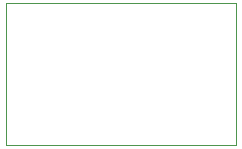
<source format=gbr>
%TF.GenerationSoftware,KiCad,Pcbnew,8.0.8*%
%TF.CreationDate,2025-02-20T13:57:35-06:00*%
%TF.ProjectId,Led_Circuit,4c65645f-4369-4726-9375-69742e6b6963,rev?*%
%TF.SameCoordinates,Original*%
%TF.FileFunction,Profile,NP*%
%FSLAX46Y46*%
G04 Gerber Fmt 4.6, Leading zero omitted, Abs format (unit mm)*
G04 Created by KiCad (PCBNEW 8.0.8) date 2025-02-20 13:57:35*
%MOMM*%
%LPD*%
G01*
G04 APERTURE LIST*
%TA.AperFunction,Profile*%
%ADD10C,0.050000*%
%TD*%
G04 APERTURE END LIST*
D10*
X12000000Y-24000000D02*
X31500000Y-24000000D01*
X12000000Y-12000000D02*
X31500000Y-12000000D01*
X31500000Y-12000000D02*
X31500000Y-23500000D01*
X12000000Y-12000000D02*
X12000000Y-24000000D01*
X31500000Y-24000000D02*
X31500000Y-23500000D01*
M02*

</source>
